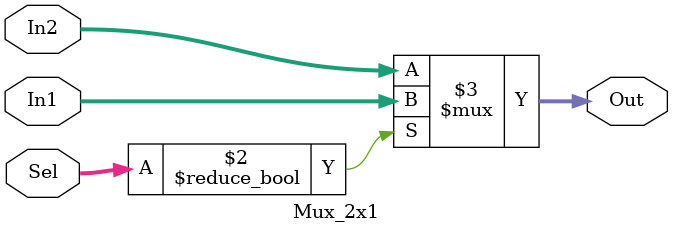
<source format=v>
`timescale 1ns / 1ps

module Mux_2x1 #(parameter AWL = 6, DWL = 32, DEPTH = 2**AWL)
            (input [DWL-1:0] In1, In2,
             input [AWL-4:0] Sel,
             output reg [DWL-1:0] Out);
    
    always @ (*) begin
        Out = Sel ? In1 : In2;
    end
    
endmodule

</source>
